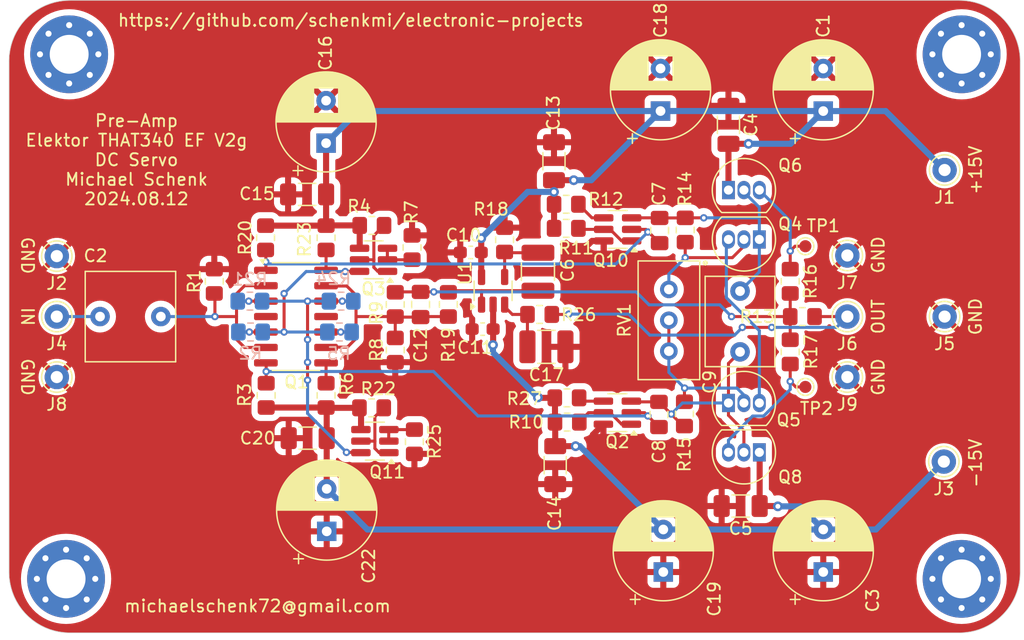
<source format=kicad_pcb>
(kicad_pcb (version 20240108) (generator "pcbnew") (generator_version "8.0")
  (layers (0 "F.Cu" signal) (31 "B.Cu" signal) (34 "B.Paste" user) (35 "F.Paste" user) (36 "B.SilkS" user "B.Silkscreen") (37 "F.SilkS" user "F.Silkscreen") (38 "B.Mask" user) (39 "F.Mask" user) (44 "Edge.Cuts" user))
  (net 0 "")
  (net 1 "GND")
  (net 2 "+15V")
  (net 3 "Net-(J4-Pin_1)")
  (net 4 "-15V")
  (net 5 "Net-(U1--)")
  (net 6 "Net-(Q10A-B1)")
  (net 7 "Net-(Q10A-E1)")
  (net 8 "Net-(C12-Pad1)")
  (net 9 "Net-(Q1C-E)")
  (net 10 "Net-(Q1B-B)")
  (net 11 "Net-(U1-+)")
  (net 12 "Net-(Q1A-B)")
  (net 13 "Net-(Q1A-E)")
  (net 14 "Net-(Q1C-C)")
  (net 15 "Net-(Q1D-E)")
  (net 16 "Net-(Q1B-E)")
  (net 17 "Net-(Q1B-C)")
  (net 18 "Net-(Q3A-E1)")
  (net 19 "Net-(Q3A-B1)")
  (net 20 "Net-(Q3A-C1)")
  (net 21 "Net-(Q4-B)")
  (net 22 "Net-(Q4-E)")
  (net 23 "Net-(Q5-B)")
  (net 24 "Net-(Q6-E)")
  (net 25 "DCSERVO_OUT")
  (net 26 "DCSERVO_IN")
  (net 27 "Net-(Q8-E)")
  (net 28 "Net-(Q1-Pad10)")
  (net 29 "Net-(Q11A-E1)")
  (net 30 "Net-(Q11A-B1)")
  (net 31 "Net-(Q11A-C1)")
  (net 32 "Net-(Q10B-C2)")
  (net 33 "Net-(Q2B-C2)")
  (net 34 "Net-(Q2A-E1)")
  (net 35 "Net-(Q2B-E2)")
  (net 36 "Net-(Q10B-E2)")
  (footprint "Capacitor_THT:CP_Radial_D8.0mm_P3.50mm" (layer "F.Cu") (at 188.2648 105.0036 90)
    (property "Reference" "C1")
    (property "Value" "220uF")
  )
  (footprint "Capacitor_THT:C_Rect_L7.2mm_W7.2mm_P5.00mm_FKS2_FKP2_MKS2_MKP2" (layer "F.Cu") (at 133.778 121.92 180)
    (property "Reference" "C2")
    (property "Value" "3.3uF")
  )
  (footprint "Capacitor_SMD:C_1206_3216Metric_Pad1.33x1.80mm_HandSolder" (layer "F.Cu") (at 181.4699 137.5156 180)
    (property "Reference" "C5")
    (property "Value" "100nF")
  )
  (footprint "Connector_Pin:Pin_D1.0mm_L10.0mm" (layer "F.Cu") (at 125.222 116.9416)
    (property "Reference" "J2")
    (property "Value" "Conn_01x01")
  )
  (footprint "Connector_Pin:Pin_D1.0mm_L10.0mm" (layer "F.Cu") (at 125.222 121.92)
    (property "Reference" "J4")
    (property "Value" "Conn_01x01")
  )
  (footprint "Resistor_SMD:R_0805_2012Metric_Pad1.20x1.40mm_HandSolder" (layer "F.Cu") (at 138.176 119.015 90)
    (property "Reference" "R1")
    (property "Value" "10k")
  )
  (footprint "Resistor_SMD:R_0805_2012Metric_Pad1.20x1.40mm_HandSolder" (layer "F.Cu") (at 142.4432 128.4064 -90)
    (property "Reference" "R3")
    (property "Value" "806R")
  )
  (footprint "Resistor_SMD:R_0805_2012Metric_Pad1.20x1.40mm_HandSolder" (layer "F.Cu") (at 151.1369 114.4168)
    (property "Reference" "R4")
    (property "Value" "140R")
  )
  (footprint "Resistor_SMD:R_0805_2012Metric_Pad1.20x1.40mm_HandSolder" (layer "F.Cu") (at 147.3708 128.4064 -90)
    (property "Reference" "R6")
    (property "Value" "806R")
  )
  (footprint "Resistor_SMD:R_0805_2012Metric_Pad1.20x1.40mm_HandSolder" (layer "F.Cu") (at 153.0604 120.92 -90)
    (property "Reference" "R9")
    (property "Value" "10k")
  )
  (footprint "MountingHole:MountingHole_3.2mm_M3_Pad_Via" (layer "F.Cu") (at 199.644 143.51)
    (property "Reference" "H2" (hide yes))
    (property "Value" "MountingHole")
  )
  (footprint "MountingHole:MountingHole_3.2mm_M3_Pad_Via" (layer "F.Cu") (at 199.644 100.33)
    (property "Reference" "H1" (hide yes))
    (property "Value" "MountingHole")
  )
  (footprint "Resistor_SMD:R_0805_2012Metric_Pad1.20x1.40mm_HandSolder" (layer "F.Cu") (at 167.1226 112.6744)
    (property "Reference" "R11")
    (property "Value" "249R")
  )
  (footprint "MountingHole:MountingHole_3.2mm_M3_Pad_Via" (layer "F.Cu") (at 126.238 100.33)
    (property "Reference" "H4" (hide yes))
    (property "Value" "MountingHole")
  )
  (footprint "Resistor_SMD:R_0805_2012Metric_Pad1.20x1.40mm_HandSolder" (layer "F.Cu") (at 153.0604 124.6773 -90)
    (property "Reference" "R8")
    (property "Value" "4.7k")
  )
  (footprint "Capacitor_SMD:C_0805_2012Metric_Pad1.18x1.45mm_HandSolder" (layer "F.Cu") (at 155.1432 120.9255 -90)
    (property "Reference" "C12")
    (property "Value" "4.7pF")
  )
  (footprint "Capacitor_SMD:C_1206_3216Metric_Pad1.33x1.80mm_HandSolder" (layer "F.Cu") (at 166.2176 134.1505 -90)
    (property "Reference" "C14")
    (property "Value" "100nF")
  )
  (footprint "Resistor_SMD:R_0805_2012Metric_Pad1.20x1.40mm_HandSolder" (layer "F.Cu") (at 154.4422 116.2362 90)
    (property "Reference" "R7")
    (property "Value" "10k")
  )
  (footprint "Connector_Pin:Pin_D1.0mm_L10.0mm" (layer "F.Cu") (at 190.246 121.92)
    (property "Reference" "J6")
    (property "Value" "Conn_01x01")
  )
  (footprint "Connector_Pin:Pin_D1.0mm_L10.0mm" (layer "F.Cu") (at 190.246 116.8908)
    (property "Reference" "J7")
    (property "Value" "Conn_01x01")
  )
  (footprint "Resistor_SMD:R_0805_2012Metric_Pad1.20x1.40mm_HandSolder" (layer "F.Cu") (at 142.3924 115.4336 -90)
    (property "Reference" "R20")
    (property "Value" "806R")
  )
  (footprint "Resistor_SMD:R_0805_2012Metric_Pad1.20x1.40mm_HandSolder" (layer "F.Cu") (at 151.114 129.4318 180)
    (property "Reference" "R22")
    (property "Value" "140R")
  )
  (footprint "Resistor_SMD:R_0805_2012Metric_Pad1.20x1.40mm_HandSolder" (layer "F.Cu") (at 147.3708 115.4336 -90)
    (property "Reference" "R23")
    (property "Value" "806R")
  )
  (footprint "Resistor_SMD:R_0805_2012Metric_Pad1.20x1.40mm_HandSolder" (layer "F.Cu") (at 154.6352 132.2235 90)
    (property "Reference" "R25")
    (property "Value" "10k")
  )
  (footprint "Resistor_SMD:R_0805_2012Metric_Pad1.20x1.40mm_HandSolder" (layer "F.Cu") (at 167.1828 128.6104 180)
    (property "Reference" "R27")
    (property "Value" "249R")
  )
  (footprint "Connector_Pin:Pin_D1.0mm_L10.0mm" (layer "F.Cu") (at 198.247 109.855)
    (property "Reference" "J1")
    (property "Value" "Conn_01x01")
  )
  (footprint "Connector_Pin:Pin_D1.0mm_L10.0mm" (layer "F.Cu") (at 198.1835 133.858)
    (property "Reference" "J3")
    (property "Value" "Conn_01x01")
  )
  (footprint "Connector_Pin:Pin_D1.0mm_L10.0mm" (layer "F.Cu") (at 198.247 121.92)
    (property "Reference" "J5")
    (property "Value" "Conn_01x01")
  )
  (footprint "Capacitor_THT:CP_Radial_D8.0mm_P3.50mm" (layer "F.Cu") (at 174.879 105 90)
    (property "Reference" "C18")
    (property "Value" "220uF")
  )
  (footprint "Capacitor_THT:CP_Radial_D8.0mm_P3.50mm" (layer "F.Cu") (at 175.1076 142.946 90)
    (property "Reference" "C19")
    (property "Value" "220uF")
  )
  (footprint "Resistor_SMD:R_0805_2012Metric_Pad1.20x1.40mm_HandSolder" (layer "F.Cu") (at 186.547 121.92 180)
    (property "Reference" "R13")
    (property "Value" "47R")
  )
  (footprint "Package_TO_SOT_SMD:SC-74-6_1.55x2.9mm_P0.95mm" (layer "F.Cu") (at 151.2744 117.2464 180)
    (property "Reference" "Q3")
    (property "Value" "BCM857DS,115")
  )
  (footprint "Package_TO_SOT_SMD:SC-74-6_1.55x2.9mm_P0.95mm" (layer "F.Cu") (at 151.3848 132.1709 180)
    (property "Reference" "Q11")
    (property "Value" "BCM847DS,115")
  )
  (footprint "Capacitor_SMD:C_1206_3216Metric_Pad1.33x1.80mm_HandSolder" (layer "F.Cu") (at 166.116 109.1307 -90)
    (property "Reference" "C13")
    (property "Value" "100nF")
  )
  (footprint "Package_SO:SOIC-14_3.9x8.7mm_P1.27mm" (layer "F.Cu") (at 144.894537 121.92)
    (property "Reference" "Q1")
    (property "Value" "THAT340")
  )
  (footprint "Capacitor_THT:C_Rect_L7.2mm_W5.5mm_P5.00mm_FKS2_FKP2_MKS2_MKP2" (layer "F.Cu") (at 181.4195 124.8245 90)
    (property "Reference" "C9")
    (property "Value" "1uF")
  )
  (footprint "Package_TO_SOT_SMD:SC-74-6_1.55x2.9mm_P0.95mm" (layer "F.Cu") (at 171.33 129.8296 180)
    (property "Reference" "Q2")
    (property "Value" "BCM847DS,115")
  )
  (footprint "Package_TO_SOT_THT:TO-92_Inline" (layer "F.Cu") (at 183.007 115.57 180)
    (property "Reference" "Q4")
    (property "Value" "BC550C")
  )
  (footprint "Package_TO_SOT_THT:TO-92_Inline" (layer "F.Cu") (at 180.467 129.032)
    (property "Reference" "Q5")
    (property "Value" "BC560C")
  )
  (footprint "Package_TO_SOT_THT:TO-92_Inline" (layer "F.Cu") (at 180.467 111.506)
    (property "Reference" "Q6")
    (property "Value" "BC337-40")
  )
  (footprint "Package_TO_SOT_THT:TO-92_Inline" (layer "F.Cu") (at 183.007 133.096 180)
    (property "Reference" "Q8")
    (property "Value" "BC327-40")
  )
  (footprint "Resistor_SMD:R_0805_2012Metric_Pad1.20x1.40mm_HandSolder" (layer "F.Cu") (at 176.911 114.792 -90)
    (property "Reference" "R14")
    (property "Value" "390R")
  )
  (footprint "Resistor_SMD:R_0805_2012Metric_Pad1.20x1.40mm_HandSolder" (layer "F.Cu") (at 176.8475 129.9309 -90)
    (property "Reference" "R15")
    (property "Value" "390R")
  )
  (footprint "Resistor_SMD:R_0805_2012Metric_Pad1.20x1.40mm_HandSolder" (layer "F.Cu") (at 185.547 119.015 -90)
    (property "Reference" "R16")
    (property "Value" "10R")
  )
  (footprint "Resistor_SMD:R_0805_2012Metric_Pad1.20x1.40mm_HandSolder" (layer "F.Cu") (at 185.547 124.825 -90)
    (property "Reference" "R17")
    (property "Value" "10R")
  )
  (footprint "Potentiometer_THT:Potentiometer_Bourns_3296W_Vertical" (layer "F.Cu") (at 175.5648 119.6848 90)
    (property "Reference" "RV1")
    (property "Value" "10k")
  )
  (footprint "MountingHole:MountingHole_3.2mm_M3_Pad_Via" (layer "F.Cu") (at 125.984 143.51)
    (property "Reference" "H3" (hide yes))
    (property "Value" "MountingHole")
  )
  (footprint "Capacitor_SMD:C_1206_3216Metric_Pad1.33x1.80mm_HandSolder" (layer "F.Cu") (at 180.467 106.1335 -90)
    (property "Reference" "C4")
    (property "Value" "100nF")
  )
  (footprint "Capacitor_THT:CP_Radial_D8.0mm_P3.50mm" (layer "F.Cu") (at 188.2648 142.946 90)
    (property "Reference" "C3")
    (property "Value" "220uF")
  )
  (footprint "Capacitor_SMD:C_1210_3225Metric_Pad1.33x2.70mm_HandSolder" (layer "F.Cu") (at 164.7952 118.2258 90)
    (property "Reference" "C6")
    (property "Value" "1uF/16V")
  )
  (footprint "Capacitor_SMD:C_0603_1608Metric_Pad1.08x0.95mm_HandSolder" (layer "F.Cu") (at 159.27028 116.6387)
    (property "Reference" "C10")
    (property "Value" "100nF")
  )
  (footprint "Capacitor_SMD:C_0603_1608Metric_Pad1.08x0.95mm_HandSolder" (layer "F.Cu") (at 160.24818 122.9506)
    (property "Reference" "C11")
    (property "Value" "100nF")
  )
  (footprint "Capacitor_SMD:C_1210_3225Metric_Pad1.33x2.70mm_HandSolder" (layer "F.Cu") (at 165.4941 124.4092 180)
    (property "Reference" "C17")
    (property "Value" "1uF/16V")
  )
  (footprint "Resistor_SMD:R_0805_2012Metric_Pad1.20x1.40mm_HandSolder" (layer "F.Cu") (at 162.052 115.6006 90)
    (property "Reference" "R18")
    (property "Value" "160k")
  )
  (footprint "Resistor_SMD:R_0805_2012Metric_Pad1.20x1.40mm_HandSolder" (layer "F.Cu") (at 157.4292 120.92 -90)
    (property "Reference" "R19")
    (property "Value" "47k")
  )
  (footprint "Resistor_SMD:R_0805_2012Metric_Pad1.20x1.40mm_HandSolder" (layer "F.Cu") (at 164.93668 121.7441 180)
    (property "Reference" "R26")
    (property "Value" "160k")
  )
  (footprint "Package_TO_SOT_SMD:TSOT-23-5" (layer "F.Cu") (at 161.10818 119.7991 90)
    (property "Reference" "U1")
    (property "Value" "OPA188xxDBV")
  )
  (footprint "Capacitor_SMD:C_1206_3216Metric_Pad1.33x1.80mm_HandSolder" (layer "F.Cu") (at 145.8591 131.9276 180)
    (property "Reference" "C20")
    (property "Value" "100nF")
  )
  (footprint "Capacitor_SMD:C_0805_2012Metric_Pad1.18x1.45mm_HandSolder" (layer "F.Cu") (at 174.8028 114.8373 -90)
    (property "Reference" "C7")
    (property "Value" "22pF")
  )
  (footprint "TestPoint:TestPoint_Pad_D1.0mm" (layer "F.Cu") (at 186.7916 127.7112)
    (property "Reference" "TP2")
    (property "Value" "TestPoint")
  )
  (footprint "Package_TO_SOT_SMD:SC-74-6_1.55x2.9mm_P0.95mm" (layer "F.Cu") (at 171.3554 114.742 180)
    (property "Reference" "Q10")
    (property "Value" "BCM857DS,115")
  )
  (footprint "Capacitor_THT:CP_Radial_D8.0mm_P3.50mm" (layer "F.Cu") (at 147.4216 139.5984 90)
    (property "Reference" "C22")
    (property "Value" "220uF")
  )
  (footprint "Resistor_SMD:R_0805_2012Metric_Pad1.20x1.40mm_HandSolder" (layer "F.Cu") (at 167.1226 114.6556)
    (property "Reference" "R12")
    (property "Value" "2k2")
  )
  (footprint "Capacitor_SMD:C_1206_3216Metric_Pad1.33x1.80mm_HandSolder" (layer "F.Cu") (at 145.8083 111.8616)
    (property "Reference" "C15")
    (property "Value" "100nF")
  )
  (footprint "Connector_Pin:Pin_D1.0mm_L10.0mm" (layer "F.Cu") (at 125.222 126.8984)
    (property "Reference" "J8")
    (property "Value" "Conn_01x01")
  )
  (footprint "TestPoint:TestPoint_Pad_D1.0mm" (layer "F.Cu") (at 186.7916 116.1288)
    (property "Reference" "TP1")
    (property "Value" "TestPoint")
  )
  (footprint "Connector_Pin:Pin_D1.0mm_L10.0mm" (layer "F.Cu") (at 190.246 126.8984)
    (property "Reference" "J9")
    (property "Value" "Conn_01x01")
  )
  (footprint "Capacitor_THT:CP_Radial_D8.0mm_P3.50mm" (layer "F.Cu") (at 147.3708 107.6452 90)
    (property "Reference" "C16")
    (property "Value" "220uF")
  )
  (footprint "Resistor_SMD:R_0805_2012Metric_Pad1.20x1.40mm_HandSolder" (layer "F.Cu") (at 167.1988 130.6068 180)
    (property "Reference" "R10")
    (property "Value" "2k2")
  )
  (footprint "Capacitor_SMD:C_0805_2012Metric_Pad1.18x1.45mm_HandSolder" (layer "F.Cu") (at 174.752 129.9781 -90)
    (property "Reference" "C8")
    (property "Value" "22pF")
  )
  (footprint "Resistor_SMD:R_0805_2012Metric_Pad1.20x1.40mm_HandSolder" (layer "B.Cu") (at 141.1572 123.19 180)
    (property "Reference" "R2")
    (property "Value" "80.6R")
  )
  (footprint "Resistor_SMD:R_0805_2012Metric_Pad1.20x1.40mm_HandSolder" (layer "B.Cu") (at 148.4724 123.19)
    (property "Reference" "R5")
    (property "Value" "80.6R")
  )
  (footprint "Resistor_SMD:R_0805_2012Metric_Pad1.20x1.40mm_HandSolder" (layer "B.Cu") (at 141.1064 120.65)
    (property "Reference" "R21")
    (property "Value" "80.6R")
  )
  (footprint "Resistor_SMD:R_0805_2012Metric_Pad1.20x1.40mm_HandSolder" (layer "B.Cu") (at 148.606 120.65 180)
    (property "Reference" "R24")
    (property "Value" "80.6R")
  )
  (gr_line (start 121.285 142.955) (end 121.285 100.885) (stroke (width 0.05)) (layer "Edge.Cuts"))
  (gr_line (start 204.47 100.885) (end 204.47 142.955) (stroke (width 0.05)) (layer "Edge.Cuts"))
  (gr_arc (start 204.47 142.955) (mid 203.005534 146.490534) (end 199.47 147.955) (stroke (width 0.05)) (layer "Edge.Cuts"))
  (gr_arc (start 126.285 147.955) (mid 122.749466 146.490534) (end 121.285 142.955) (stroke (width 0.05)) (layer "Edge.Cuts"))
  (gr_line (start 199.47 147.955) (end 126.285 147.955) (stroke (width 0.05)) (layer "Edge.Cuts"))
  (gr_arc (start 199.47 95.885) (mid 203.005534 97.349466) (end 204.47 100.885) (stroke (width 0.05)) (layer "Edge.Cuts"))
  (gr_line (start 126.285 95.885) (end 199.47 95.885) (stroke (width 0.05)) (layer "Edge.Cuts"))
  (gr_arc (start 121.285 100.885) (mid 122.749466 97.349466) (end 126.285 95.885) (stroke (width 0.05)) (layer "Edge.Cuts"))
  (gr_text "GND" (at 192.786 116.84 90) (layer "F.SilkS") (effects (font (size 1 1))))
  (gr_text "OUT" (at 192.786 121.92 90) (layer "F.SilkS") (effects (font (size 1 1))))
  (gr_text "michaelschenk72@gmail.com" (at 141.732 145.7452 0) (layer "F.SilkS") (effects (font (size 1 1))))
  (gr_text "GND" (at 200.787 121.92 90) (layer "F.SilkS") (effects (font (size 1 1))))
  (gr_text "+15V" (at 200.787 109.855 90) (layer "F.SilkS") (effects (font (size 1 1))))
  (gr_text "-15V" (at 200.787 133.985 90) (layer "F.SilkS") (effects (font (size 1 1))))
  (gr_text "Pre-Amp\nElektor THAT340 EF V2g\nDC Servo\nMichael Schenk\n2024.08.12" (at 131.7752 109.0168 0) (layer "F.SilkS") (effects (font (size 1 1))))
  (gr_text "IN" (at 122.809 121.92 270) (layer "F.SilkS") (effects (font (size 1 1))))
  (gr_text "GND" (at 192.786 126.8984 90) (layer "F.SilkS") (effects (font (size 1 1))))
  (gr_text "GND" (at 122.809 116.8908 270) (layer "F.SilkS") (effects (font (size 1 1))))
  (gr_text "https://github.com/schenkmi/electronic-projects" (at 149.4028 97.536 0) (layer "F.SilkS") (effects (font (size 1 1))))
  (gr_text "GND" (at 122.809 126.8984 270) (layer "F.SilkS") (effects (font (size 1 1))))
  (gr_text "°" (at 178.562 117.9068 0) (layer "F.SilkS") (effects (font (size 1 1))))
  (segment (start 170.2054 115.692) (end 169.2452 115.692) (width 0.5) (layer "F.Cu") (net 1))
  (segment (start 170.18 130.7796) (end 169.3164 131.6432) (width 0.5) (layer "F.Cu") (net 1))
  (segment (start 170.2054 117.2718) (end 170.0276 117.4496) (width 0.5) (layer "F.Cu") (net 1))
  (segment (start 169.3164 131.6432) (end 169.3164 132.4356) (width 0.5) (layer "F.Cu") (net 1))
  (segment (start 170.18 132.8928) (end 170.0784 132.9944) (width 0.5) (layer "F.Cu") (net 1))
  (segment (start 170.18 130.7796) (end 170.18 132.8928) (width 0.5) (layer "F.Cu") (net 1))
  (segment (start 169.2452 115.692) (end 167.8432 117.094) (width 0.5) (layer "F.Cu") (net 1))
  (segment (start 180.467 105.0218) (end 180.4888 105) (width 0.5) (layer "F.Cu") (net 1))
  (segment (start 170.2054 115.692) (end 170.2054 117.2718) (width 0.5) (layer "F.Cu") (net 1))
  (segment (start 166.116 112.6678) (end 166.1226 112.6744) (width 0.5) (layer "F.Cu") (net 2))
  (segment (start 150.1369 114.4168) (end 147.3876 114.4168) (width 0.5) (layer "F.Cu") (net 2))
  (segment (start 160.13278 116.6387) (end 160.13278 115.4703) (width 0.5) (layer "F.Cu") (net 2))
  (segment (start 166.116 110.6932) (end 167.7416 110.6932) (width 0.5) (layer "F.Cu") (net 2))
  (segment (start 147.3876 114.4168) (end 147.3708 114.4336) (width 0.5) (layer "F.Cu") (net 2))
  (segment (start 142.3924 114.4336) (end 147.3708 114.4336) (width 0.5) (layer "F.Cu") (net 2))
  (segment (start 147.3708 111.8616) (end 147.3708 114.4336) (width 0.5) (layer "F.Cu") (net 2))
  (segment (start 147.3708 107.6452) (end 147.3708 111.8616) (width 0.5) (layer "F.Cu") (net 2))
  (segment (start 180.467 107.696) (end 180.467 111.506) (width 0.5) (layer "F.Cu") (net 2))
  (segment (start 166.1226 112.6744) (end 166.1226 114.6556) (width 0.5) (layer "F.Cu") (net 2))
  (segment (start 150.1369 114.4168) (end 150.1369 116.2964) (width 0.5) (layer "F.Cu") (net 2))
  (segment (start 180.467 107.696) (end 182.118 107.696) (width 0.5) (layer "F.Cu") (net 2))
  (segment (start 166.116 111.6584) (end 166.116 112.6678) (width 0.5) (layer "F.Cu") (net 2))
  (segment (start 166.116 110.6932) (end 166.116 111.6584) (width 0.5) (layer "F.Cu") (net 2))
  (segment (start 160.13278 116.6387) (end 160.13278 118.4637) (width 0.5) (layer "F.Cu") (net 2))
  (via (at 167.7416 110.6932) (size 0.8) (drill 0.4) (layers "F.Cu" "B.Cu") (net 2))
  (via (at 166.116 111.6584) (size 0.8) (drill 0.4) (layers "F.Cu" "B.Cu") (net 2))
  (via (at 160.13278 115.4703) (size 0.8) (drill 0.4) (layers "F.Cu" "B.Cu") (net 2))
  (via (at 182.118 107.696) (size 0.8) (drill 0.4) (layers "F.Cu" "B.Cu") (net 2))
  (segment (start 198.247 109.855) (end 193.3956 105.0036) (width 0.5) (layer "B.Cu") (net 2))
  (segment (start 150.016 105) (end 147.3708 107.6452) (width 0.5) (layer "B.Cu") (net 2))
  (segment (start 175.1584 105) (end 187.9964 105) (width 0.5) (layer "B.Cu") (net 2))
  (segment (start 167.7416 110.6932) (end 169.1858 110.6932) (width 0.5) (layer "B.Cu") (net 2))
  (segment (start 188.2648 105.0036) (end 185.5724 107.696) (width 0.5) (layer "B.Cu") (net 2))
  (segment (start 166.116 111.6584) (end 163.94468 111.6584) (width 0.5) (layer "B.Cu") (net 2))
  (segment (start 169.1858 110.6932) (end 174.879 105) (width 0.5) (layer "B.Cu") (net 2))
  (segment (start 193.3956 105.0036) (end 188 105.0036) (width 0.5) (layer "B.Cu") (net 2))
  (segment (start 150.016 105) (end 175.1584 105) (width 0.5) (layer "B.Cu") (net 2))
  (segment (start 185.5724 107.696) (end 182.118 107.696) (width 0.5) (layer "B.Cu") (net 2))
  (segment (start 163.94468 111.6584) (end 160.13278 115.4703) (width 0.5) (layer "B.Cu") (net 2))
  (segment (start 125.222 121.92) (end 128.778 121.92) (width 0.25) (layer "B.Cu") (net 3))
  (segment (start 166.1988 128.6264) (end 166.1828 128.6104) (width 0.5) (layer "F.Cu") (net 4))
  (segment (start 142.4432 129.4064) (end 147.3708 129.4064) (width 0.5) (layer "F.Cu") (net 4))
  (segment (start 166.1988 130.5916) (end 166.1988 128.6264) (width 0.5) (layer "F.Cu") (net 4))
  (segment (start 147.4216 129.4572) (end 147.3708 129.4064) (width 0.5) (layer "F.Cu") (net 4))
  (segment (start 150.2473 131.2209) (end 150.2473 129.5651) (width 0.5) (layer "F.Cu") (net 4))
  (segment (start 147.4216 136.0984) (end 147.4216 131.9276) (width 0.5) (layer "F.Cu") (net 4))
  (segment (start 147.3962 129.4318) (end 147.3708 129.4064) (width 0.5) (layer "F.Cu") (net 4))
  (segment (start 164.8308 128.6104) (end 164.7952 128.5748) (width 0.5) (layer "F.Cu") (net 4))
  (segment (start 150.114 129.4318) (end 147.3962 129.4318) (width 0.5) (layer "F.Cu") (net 4))
  (segment (start 161.11068 122.9506) (end 161.11068 121.1116) (width 0.5) (layer "F.Cu") (net 4))
  (segment (start 161.11068 124.246) (end 161.09798 124.2587) (width 0.5) (layer "F.Cu") (net 4))
  (segment (start 183.0324 137.5156) (end 184.5056 137.5156) (width 0.5) (layer "F.Cu") (net 4))
  (segment (start 166.2176 132.588) (end 167.894 132.588) (width 0.5) (layer "F.Cu") (net 4))
  (segment (start 166.2176 130.6104) (end 166.1988 130.5916) (width 0.5) (layer "F.Cu") (net 4))
  (segment (start 161.11068 122.9506) (end 161.11068 124.246) (width 0.5) (layer "F.Cu") (net 4))
  (segment (start 166.2176 132.588) (end 166.2176 130.6256) (width 0.5) (layer "F.Cu") (net 4))
  (segment (start 150.2473 129.5651) (end 150.114 129.4318) (width 0.5) (layer "F.Cu") (net 4))
  (segment (start 166.1828 128.6104) (end 164.8308 128.6104) (width 0.5) (layer "F.Cu") (net 4))
  (segment (start 166.2176 130.6256) (end 166.1988 130.6068) (width 0.5) (layer "F.Cu") (net 4))
  (segment (start 147.4216 131.9276) (end 147.4216 129.4572) (width 0.5) (layer "F.Cu") (net 4))
  (segment (start 183.0324 137.5156) (end 183.0324 133.1214) (width 0.5) (layer "F.Cu") (net 4))
  (segment (start 184.5056 137.5156) (end 184.531 137.541) (width 0.5) (layer "F.Cu") (net 4))
  (via (at 167.894 132.588) (size 0.8) (drill 0.4) (layers "F.Cu" "B.Cu") (net 4))
  (via (at 161.09798 124.2587) (size 0.8) (drill 0.4) (layers "F.Cu" "B.Cu") (net 4))
  (via (at 184.531 137.541) (size 0.8) (drill 0.4) (layers "F.Cu" "B.Cu") (net 4))
  (via (at 164.7952 128.5748) (size 0.8) (drill 0.4) (layers "F.Cu" "B.Cu") (net 4))
  (segment (start 186.3598 137.541) (end 184.531 137.541) (width 0.5) (layer "B.Cu") (net 4))
  (segment (start 164.7952 128.5748) (end 161.09798 124.87758) (width 0.5) (layer "B.Cu") (net 4))
  (segment (start 168.2496 132.588) (end 167.894 132.588) (width 0.5) (layer "B.Cu") (net 4))
  (segment (start 175.1076 139.446) (end 168.2496 132.588) (width 0.5) (layer "B.Cu") (net 4))
  (segment (start 150.7692 139.446) (end 175.1076 139.446) (width 0.5) (layer "B.Cu") (net 4))
  (segment (start 188.2648 139.446) (end 186.3598 137.541) (width 0.5) (layer "B.Cu") (net 4))
  (segment (start 175.1076 139.446) (end 188.2648 139.446) (width 0.5) (layer "B.Cu") (net 4))
  (segment (start 150.7692 139.446) (end 147.4216 136.0984) (width 0.5) (layer "B.Cu") (net 4))
  (segment (start 161.09798 124.87758) (end 161.09798 124.2587) (width 0.5) (layer "B.Cu") (net 4))
  (segment (start 192.5955 139.446) (end 198.1835 133.858) (width 0.5) (layer "B.Cu") (net 4))
  (segment (start 188.2648 139.446) (end 192.5955 139.446) (width 0.5) (layer "B.Cu") (net 4))
  (segment (start 162.1147 116.6633) (end 162.052 116.6006) (width 0.25) (layer "F.Cu") (net 5))
  (segment (start 162.05818 118.6616) (end 162.05818 116.60678) (width 0.25) (layer "F.Cu") (net 5))
  (segment (start 164.7952 116.6633) (end 162.1147 116.6633) (width 0.25) (layer "F.Cu") (net 5))
  (segment (start 162.05818 116.60678) (end 162.052 116.6006) (width 0.25) (layer "F.Cu") (net 5))
  (segment (start 173.67 114.742) (end 172.5054 114.742) (width 0.25) (layer "F.Cu") (net 6))
  (segment (start 142.419537 117.422463) (end 142.419537 116.460737) (width 0.25) (layer "F.Cu") (net 6))
  (segment (start 173.8376 114.9604) (end 173.8376 114.9096) (width 0.25) (layer "F.Cu") (net 6))
  (segment (start 173.8376 114.9096) (end 173.67 114.742) (width 0.25) (layer "F.Cu") (net 6))
  (segment (start 174.8028 115.8748) (end 173.8884 114.9604) (width 0.25) (layer "F.Cu") (net 6))
  (segment (start 173.8884 114.9604) (end 173.8376 114.9604) (width 0.25) (layer "F.Cu") (net 6))
  (segment (start 142.419537 118.11) (end 142.419537 117.422463) (width 0.25) (layer "F.Cu") (net 6))
  (via (at 173.8376 114.9604) (size 0.6) (drill 0.3) (layers "F.Cu" "B.Cu") (net 6))
  (via (at 142.419537 117.422463) (size 0.6) (drill 0.3) (layers "F.Cu" "B.Cu") (net 6))
  (segment (start 142.583674 117.5866) (end 142.419537 117.422463) (width 0.25) (layer "B.Cu") (net 6))
  (segment (start 171.2114 117.5866) (end 142.583674 117.5866) (width 0.25) (layer "B.Cu") (net 6))
  (segment (start 173.8376 114.9604) (end 171.2114 117.5866) (width 0.25) (layer "B.Cu") (net 6))
  (segment (start 168.209 114.742) (end 168.1226 114.6556) (width 0.25) (layer "F.Cu") (net 7))
  (segment (start 171.681308 115.692) (end 170.731308 114.742) (width 0.25) (layer "F.Cu") (net 7))
  (segment (start 172.5054 115.692) (end 171.681308 115.692) (width 0.25) (layer "F.Cu") (net 7))
  (segment (start 170.731308 114.742) (end 170.2054 114.742) (width 0.25) (layer "F.Cu") (net 7))
  (segment (start 170.2054 114.742) (end 168.209 114.742) (width 0.25) (layer "F.Cu") (net 7))
  (segment (start 185.547 123.825) (end 185.547 121.92) (width 0.25) (layer "F.Cu") (net 8))
  (segment (start 185.547 121.92) (end 185.547 120.015) (width 0.25) (layer "F.Cu") (net 8))
  (segment (start 155.1432 119.888) (end 153.0604 119.888) (width 0.25) (layer "F.Cu") (net 8))
  (segment (start 156.2297 119.888) (end 155.1432 119.888) (width 0.25) (layer "F.Cu") (net 8))
  (segment (start 180.721 121.92) (end 185.547 121.92) (width 0.25) (layer "F.Cu") (net 8))
  (via (at 156.2297 119.888) (size 0.6) (drill 0.3) (layers "F.Cu" "B.Cu") (net 8))
  (via (at 180.721 121.92) (size 0.6) (drill 0.3) (layers "F.Cu" "B.Cu") (net 8))
  (segment (start 172.8724 119.888) (end 173.9392 120.9548) (width 0.25) (layer "B.Cu") (net 8))
  (segment (start 173.9392 120.9548) (end 179.7558 120.9548) (width 0.25) (layer "B.Cu") (net 8))
  (segment (start 179.7558 120.9548) (end 180.721 121.92) (width 0.25) (layer "B.Cu") (net 8))
  (segment (start 156.2297 119.888) (end 172.8724 119.888) (width 0.25) (layer "B.Cu") (net 8))
  (segment (start 173.8376 130.0988) (end 173.8376 130.1012) (width 0.25) (layer "F.Cu") (net 9))
  (segment (start 142.4432 127.4064) (end 142.4432 126.4412) (width 0.25) (layer "F.Cu") (net 9))
  (segment (start 142.4432 126.4412) (end 142.4432 125.753663) (width 0.25) (layer "F.Cu") (net 9))
  (segment (start 173.566 129.8296) (end 173.8352 130.0988) (width 0.25) (layer "F.Cu") (net 9))
  (segment (start 172.48 129.8296) (end 173.566 129.8296) (width 0.25) (layer "F.Cu") (net 9))
  (segment (start 142.4432 125.753663) (end 142.419537 125.73) (width 0.25) (layer "F.Cu") (net 9))
  (segment (start 173.8352 130.0988) (end 173.8376 130.0988) (width 0.25) (layer "F.Cu") (net 9))
  (segment (start 173.8376 130.1012) (end 174.752 131.0156) (width 0.25) (layer "F.Cu") (net 9))
  (via (at 173.8376 130.0988) (size 0.6) (drill 0.3) (layers "F.Cu" "B.Cu") (net 9))
  (via (at 142.4432 126.4412) (size 0.6) (drill 0.3) (layers "F.Cu" "B.Cu") (net 9))
  (segment (start 173.8376 130.0988) (end 159.8676 130.0988) (width 0.25) (layer "B.Cu") (net 9))
  (segment (start 159.8676 130.0988) (end 156.21 126.4412) (width 0.25) (layer "B.Cu") (net 9))
  (segment (start 142.4432 126.4412) (end 156.21 126.4412) (width 0.25) (layer "B.Cu") (net 9))
  (segment (start 153.1034 121.963) (end 153.0604 121.92) (width 0.25) (layer "F.Cu") (net 10))
  (segment (start 149.86 121.92) (end 149.8346 121.8946) (width 0.25) (layer "F.Cu") (net 10))
  (segment (start 149.0726 119.4054) (end 147.4328 119.4054) (width 0.25) (layer "F.Cu") (net 10))
  (segment (start 147.382 124.4346) (end 149.1234 124.4346) (width 0.25) (layer "F.Cu") (net 10))
  (segment (start 155.1432 121.963) (end 153.1034 121.963) (width 0.25) (layer "F.Cu") (net 10))
  (segment (start 149.8346 121.8946) (end 149.8346 120.1674) (width 0.25) (layer "F.Cu") (net 10))
  (segment (start 149.8346 123.7234) (end 149.8346 121.8946) (width 0.25) (layer "F.Cu") (net 10))
  (segment (start 153.0604 123.6773) (end 153.0604 121.92) (width 0.25) (layer "F.Cu") (net 10))
  (segment (start 149.1234 124.4346) (end 149.8346 123.7234) (width 0.25) (layer "F.Cu") (net 10))
  (segment (start 157.4292 121.92) (end 155.1862 121.92) (width 0.25) (layer "F.Cu") (net 10))
  (segment (start 153.0604 121.92) (end 149.86 121.92) (width 0.25) (layer "F.Cu") (net 10))
  (segment (start 149.8346 120.1674) (end 149.0726 119.4054) (width 0.25) (layer "F.Cu") (net 10))
  (segment (start 163.9316 121.74918) (end 163.93668 121.7441) (width 0.25) (layer "F.Cu") (net 11))
  (segment (start 163.9316 124.4092) (end 163.9316 121.74918) (width 0.25) (layer "F.Cu") (net 11))
  (segment (start 162.69318 121.7441) (end 162.05818 121.1091) (width 0.25) (layer "F.Cu") (net 11))
  (segment (start 163.93668 121.7441) (end 162.69318 121.7441) (width 0.25) (layer "F.Cu") (net 11))
  (segment (start 138.2268 121.92) (end 140.0048 121.92) (width 0.25) (layer "F.Cu") (net 12))
  (segment (start 142.419537 119.38) (end 140.6652 119.38) (width 0.25) (layer "F.Cu") (net 12))
  (segment (start 140.0048 120.0404) (end 140.0048 121.92) (width 0.25) (layer "F.Cu") (net 12))
  (segment (start 138.2268 120.0658) (end 138.176 120.015) (width 0.25) (layer "F.Cu") (net 12))
  (segment (start 138.2268 121.92) (end 138.2268 120.0658) (width 0.25) (layer "F.Cu") (net 12))
  (segment (start 140.0048 121.92) (end 140.0048 123.7996) (width 0.25) (layer "F.Cu") (net 12))
  (segment (start 140.6652 119.38) (end 140.0048 120.0404) (width 0.25) (layer "F.Cu") (net 12))
  (segment (start 140.6652 124.46) (end 142.419537 124.46) (width 0.25) (layer "F.Cu") (net 12))
  (segment (start 140.0048 123.7996) (end 140.6652 124.46) (width 0.25) (layer "F.Cu") (net 12))
  (via (at 138.2268 121.92) (size 0.6) (drill 0.3) (layers "F.Cu" "B.Cu") (net 12))
  (segment (start 133.778 121.92) (end 138.2268 121.92) (width 0.25) (layer "B.Cu") (net 12))
  (segment (start 142.419537 120.65) (end 141.0069 120.65) (width 0.25) (layer "F.Cu") (net 13))
  (via (at 141.0069 120.65) (size 0.6) (drill 0.3) (layers "F.Cu" "B.Cu") (net 13))
  (segment (start 141.0069 120.65) (end 140.1064 120.65) (width 0.25) (layer "B.Cu") (net 13))
  (segment (start 142.419537 123.19) (end 141.0577 123.19) (width 0.25) (layer "F.Cu") (net 14))
  (via (at 141.0577 123.19) (size 0.6) (drill 0.3) (layers "F.Cu" "B.Cu") (net 14))
  (segment (start 141.0577 123.19) (end 140.1572 123.19) (width 0.25) (layer "B.Cu") (net 14))
  (segment (start 147.369537 125.73) (end 147.369537 127.405137) (width 0.25) (layer "F.Cu") (net 15))
  (segment (start 147.369537 120.65) (end 148.7055 120.65) (width 0.25) (layer "F.Cu") (net 16))
  (via (at 148.7055 120.65) (size 0.6) (drill 0.3) (layers "F.Cu" "B.Cu") (net 16))
  (segment (start 148.7055 120.65) (end 149.606 120.65) (width 0.25) (layer "B.Cu") (net 16))
  (segment (start 147.369537 118.11) (end 147.369537 116.434863) (width 0.25) (layer "F.Cu") (net 17))
  (segment (start 151.2994 117.2464) (end 151.2994 115.2543) (width 0.25) (layer "F.Cu") (net 18))
  (segment (start 151.624401 118.1964) (end 151.2994 117.871399) (width 0.25) (layer "F.Cu") (net 18))
  (segment (start 152.4244 118.1964) (end 151.624401 118.1964) (width 0.25) (layer "F.Cu") (net 18))
  (segment (start 151.2994 117.871399) (end 151.2994 117.2464) (width 0.25) (layer "F.Cu") (net 18))
  (segment (start 150.1244 117.2464) (end 151.2994 117.2464) (width 0.25) (layer "F.Cu") (net 18))
  (segment (start 151.2994 115.2543) (end 152.1369 114.4168) (width 0.25) (layer "F.Cu") (net 18))
  (segment (start 152.4119 116.2964) (end 152.4119 117.2464) (width 0.25) (layer "F.Cu") (net 19))
  (segment (start 152.4119 117.2464) (end 154.432 117.2464) (width 0.25) (layer "F.Cu") (net 19))
  (segment (start 143.9164 123.19) (end 143.9164 120.0255) (width 0.25) (layer "F.Cu") (net 20))
  (segment (start 150.1369 118.1964) (end 148.9608 118.1964) (width 0.25) (layer "F.Cu") (net 20))
  (segment (start 148.9608 118.1964) (end 148.9456 118.2116) (width 0.25) (layer "F.Cu") (net 20))
  (via (at 143.9164 123.19) (size 0.6) (drill 0.3) (layers "F.Cu" "B.Cu") (net 20))
  (via (at 143.9164 120.0255) (size 0.6) (drill 0.3) (layers "F.Cu" "B.Cu") (net 20))
  (via (at 148.9456 118.2116) (size 0.6) (drill 0.3) (layers "F.Cu" "B.Cu") (net 20))
  (segment (start 145.7303 118.2116) (end 143.9164 120.0255) (width 0.25) (layer "B.Cu") (net 20))
  (segment (start 147.4724 123.19) (end 143.9164 123.19) (width 0.25) (layer "B.Cu") (net 20))
  (segment (start 148.9456 118.2116) (end 145.7303 118.2116) (width 0.25) (layer "B.Cu") (net 20))
  (segment (start 143.9164 123.19) (end 142.1572 123.19) (width 0.25) (layer "B.Cu") (net 20))
  (segment (start 176.911 117.0686) (end 180.7884 117.0686) (width 0.25) (layer "F.Cu") (net 21))
  (segment (start 180.7884 117.0686) (end 181.737 116.12) (width 0.25) (layer "F.Cu") (net 21))
  (segment (start 176.911 115.792) (end 176.911 117.0686) (width 0.25) (layer "F.Cu") (net 21))
  (via (at 176.911 117.0686) (size 0.6) (drill 0.3) (layers "F.Cu" "B.Cu") (net 21))
  (segment (start 175.5648 118.4148) (end 175.5648 119.6848) (width 0.25) (layer "B.Cu") (net 21))
  (segment (start 176.911 117.0686) (end 175.5648 118.4148) (width 0.25) (layer "B.Cu") (net 21))
  (segment (start 183.007 123.077002) (end 180.294499 120.364501) (width 0.25) (layer "B.Cu") (net 22))
  (segment (start 180.294499 120.364501) (end 180.294499 115.742501) (width 0.25) (layer "B.Cu") (net 22))
  (segment (start 183.007 129.032) (end 183.007 123.077002) (width 0.25) (layer "B.Cu") (net 22))
  (segment (start 175.5648 124.7648) (end 175.5648 122.2248) (width 0.25) (layer "F.Cu") (net 23))
  (segment (start 176.8475 128.9309) (end 176.8475 127.8194) (width 0.25) (layer "F.Cu") (net 23))
  (via (at 176.8602 127.8067) (size 0.6) (drill 0.3) (layers "F.Cu" "B.Cu") (net 23))
  (segment (start 176.8602 127.8067) (end 175.5648 126.5113) (width 0.25) (layer "B.Cu") (net 23))
  (segment (start 181.1667 127.8067) (end 176.8602 127.8067) (width 0.25) (layer "B.Cu") (net 23))
  (segment (start 181.737 129.032) (end 181.737 128.377) (width 0.25) (layer "B.Cu") (net 23))
  (segment (start 175.5648 126.5113) (end 175.5648 124.7648) (width 0.25) (layer "B.Cu") (net 23))
  (segment (start 181.737 128.377) (end 181.1667 127.8067) (width 0.25) (layer "B.Cu") (net 23))
  (segment (start 185.547 116.5225) (end 185.547 118.015) (width 0.25) (layer "F.Cu") (net 24))
  (segment (start 185.9407 116.1288) (end 185.547 116.5225) (width 0.25) (layer "F.Cu") (net 24))
  (segment (start 186.7916 116.1288) (end 185.9407 116.1288) (width 0.25) (layer "F.Cu") (net 24))
  (via (at 185.547 116.5225) (size 0.6) (drill 0.3) (layers "F.Cu" "B.Cu") (net 24))
  (segment (start 185.547 114.046) (end 185.547 116.5225) (width 0.25) (layer "B.Cu") (net 24))
  (segment (start 183.007 111.506) (end 185.547 114.046) (width 0.25) (layer "B.Cu") (net 24))
  (segment (start 160.15818 119.80442) (end 160.1743 119.7883) (width 0.25) (layer "F.Cu") (net 25))
  (segment (start 160.1743 119.7883) (end 157.5609 119.7883) (width 0.25) (layer "F.Cu") (net 25))
  (segment (start 164.7952 119.7883) (end 160.1743 119.7883) (width 0.25) (layer "F.Cu") (net 25))
  (segment (start 160.15818 120.9366) (end 160.15818 119.80442) (width 0.25) (layer "F.Cu") (net 25))
  (segment (start 157.5609 119.7883) (end 157.4292 119.92) (width 0.25) (layer "F.Cu") (net 25))
  (segment (start 187.547 121.92) (end 190.246 121.92) (width 0.25) (layer "F.Cu") (net 26))
  (segment (start 167.3079 121.7441) (end 167.3352 121.7168) (width 0.25) (layer "F.Cu") (net 26))
  (segment (start 165.93668 121.7441) (end 167.3079 121.7441) (width 0.25) (layer "F.Cu") (net 26))
  (segment (start 181.61 122.809) (end 184.023 122.809) (width 0.25) (layer "F.Cu") (net 26))
  (via (at 184.023 122.809) (size 0.6) (drill 0.3) (layers "F.Cu" "B.Cu") (net 26))
  (via (at 181.61 122.809) (size 0.6) (drill 0.3) (layers "F.Cu" "B.Cu") (net 26))
  (via (at 167.3352 121.7168) (size 0.6) (drill 0.3) (layers "F.Cu" "B.Cu") (net 26))
  (segment (start 173.99 123.444) (end 180.975 123.444) (width 0.25) (layer "B.Cu") (net 26))
  (segment (start 180.975 123.444) (end 181.61 122.809) (width 0.25) (layer "B.Cu") (net 26))
  (segment (start 184.023 122.809) (end 189.357 122.809) (width 0.25) (layer "B.Cu") (net 26))
  (segment (start 189.357 122.809) (end 190.246 121.92) (width 0.25) (layer "B.Cu") (net 26))
  (segment (start 167.3352 121.7168) (end 172.2628 121.7168) (width 0.25) (layer "B.Cu") (net 26))
  (segment (start 172.2628 121.7168) (end 173.99 123.444) (width 0.25) (layer "B.Cu") (net 26))
  (segment (start 186.0042 127.7112) (end 185.547 127.254) (width 0.25) (layer "F.Cu") (net 27))
  (segment (start 185.547 127.254) (end 185.547 125.825) (width 0.25) (layer "F.Cu") (net 27))
  (segment (start 186.7916 127.7112) (end 186.0042 127.7112) (width 0.25) (layer "F.Cu") (net 27))
  (via (at 185.547 127.254) (size 0.6) (drill 0.3) (layers "F.Cu" "B.Cu") (net 27))
  (segment (start 182.45599 130.10701) (end 183.359085 130.10701) (width 0.25) (layer "B.Cu") (net 27))
  (segment (start 180.467 132.096) (end 182.45599 130.10701) (width 0.25) (layer "B.Cu") (net 27))
  (segment (start 185.547 127.919095) (end 185.547 127.254) (width 0.25) (layer "B.Cu") (net 27))
  (segment (start 180.467 133.096) (end 180.467 132.096) (width 0.25) (layer "B.Cu") (net 27))
  (segment (start 183.359085 130.10701) (end 185.547 127.919095) (width 0.25) (layer "B.Cu") (net 27))
  (segment (start 147.369537 123.19) (end 148.5719 123.19) (width 0.25) (layer "F.Cu") (net 28))
  (via (at 148.5719 123.19) (size 0.6) (drill 0.3) (layers "F.Cu" "B.Cu") (net 28))
  (segment (start 148.5719 123.19) (end 149.4724 123.19) (width 0.25) (layer "B.Cu") (net 28))
  (segment (start 151.384 130.1618) (end 152.114 129.4318) (width 0.25) (layer "F.Cu") (net 29))
  (segment (start 151.3733 132.1709) (end 151.384 132.1816) (width 0.25) (layer "F.Cu") (net 29))
  (segment (start 152.5348 133.1209) (end 151.734801 133.1209) (width 0.25) (layer "F.Cu") (net 29))
  (segment (start 150.2348 132.1709) (end 151.3733 132.1709) (width 0.25) (layer "F.Cu") (net 29))
  (segment (start 151.384 132.1816) (end 151.384 130.1618) (width 0.25) (layer "F.Cu") (net 29))
  (segment (start 151.384 132.770099) (end 151.384 132.1816) (width 0.25) (layer "F.Cu") (net 29))
  (segment (start 151.734801 133.1209) (end 151.384 132.770099) (width 0.25) (layer "F.Cu") (net 29))
  (segment (start 154.6352 131.2235) (end 152.5374 131.2235) (width 0.25) (layer "F.Cu") (net 30))
  (segment (start 152.5374 131.2235) (end 152.5348 131.2209) (width 0.25) (layer "F.Cu") (net 30))
  (segment (start 152.5223 132.1709) (end 152.5223 131.2209) (width 0.25) (layer "F.Cu") (net 30))
  (segment (start 152.5249 131.2235) (end 152.5223 131.2209) (width 0.25) (layer "F.Cu") (net 30))
  (segment (start 145.8468 125.6792) (end 145.8468 127.1524) (width 0.25) (layer "F.Cu") (net 31))
  (segment (start 145.8468 120.65) (end 145.8468 123.8145) (width 0.25) (layer "F.Cu") (net 31))
  (segment (start 149.0472 133.096) (end 150.2224 133.096) (width 0.25) (layer "F.Cu") (net 31))
  (segment (start 150.2224 133.096) (end 150.2473 133.1209) (width 0.25) (layer "F.Cu") (net 31))
  (via (at 145.8468 125.6792) (size 0.6) (drill 0.3) (layers "F.Cu" "B.Cu") (net 31))
  (via (at 149.0472 133.096) (size 0.6) (drill 0.3) (layers "F.Cu" "B.Cu") (net 31))
  (via (at 145.8468 120.65) (size 0.6) (drill 0.3) (layers "F.Cu" "B.Cu") (net 31))
  (via (at 145.8468 123.8145) (size 0.6) (drill 0.3) (layers "F.Cu" "B.Cu") (net 31))
  (via (at 145.8468 127.1524) (size 0.6) (drill 0.3) (layers "F.Cu" "B.Cu") (net 31))
  (segment (start 145.8468 129.8956) (end 149.0472 133.096) (width 0.25) (layer "B.Cu") (net 31))
  (segment (start 145.8468 120.65) (end 142.1064 120.65) (width 0.25) (layer "B.Cu") (net 31))
  (segment (start 145.8468 127.1524) (end 145.8468 129.8956) (width 0.25) (layer "B.Cu") (net 31))
  (segment (start 145.8468 123.8145) (end 145.8468 125.6792) (width 0.25) (layer "B.Cu") (net 31))
  (segment (start 147.606 120.65) (end 145.8468 120.65) (width 0.25) (layer "B.Cu") (net 31))
  (segment (start 172.5054 113.792) (end 174.795 113.792) (width 0.25) (layer "F.Cu") (net 32))
  (segment (start 174.795 113.792) (end 174.8028 113.7998) (width 0.25) (layer "F.Cu") (net 32))
  (segment (start 178.435 113.792) (end 176.911 113.792) (width 0.25) (layer "F.Cu") (net 32))
  (segment (start 174.8028 113.7998) (end 176.9032 113.7998) (width 0.25) (layer "F.Cu") (net 32))
  (segment (start 176.9032 113.7998) (end 176.911 113.792) (width 0.25) (layer "F.Cu") (net 32))
  (via (at 178.435 113.792) (size 0.6) (drill 0.3) (layers "F.Cu" "B.Cu") (net 32))
  (segment (start 181.4195 119.8245) (end 183.007 118.237) (width 0.25) (layer "B.Cu") (net 32))
  (segment (start 183.007 113.792) (end 178.435 113.792) (width 0.25) (layer "B.Cu") (net 32))
  (segment (start 183.007 113.792) (end 183.007 112.933095) (width 0.25) (layer "B.Cu") (net 32))
  (segment (start 183.007 112.933095) (end 181.737 111.663095) (width 0.25) (layer "B.Cu") (net 32))
  (segment (start 183.007 115.57) (end 183.007 113.792) (width 0.25) (layer "B.Cu") (net 32))
  (segment (start 183.007 118.237) (end 183.007 115.57) (width 0.25) (layer "B.Cu") (net 32))
  (segment (start 181.737 131.318) (end 181.737 133.096) (width 0.25) (layer "F.Cu") (net 33))
  (segment (start 176.8475 130.9309) (end 176.7423 130.9309) (width 0.25) (layer "F.Cu") (net 33))
  (segment (start 180.467 130.048) (end 181.737 131.318) (width 0.25) (layer "F.Cu") (net 33))
  (segment (start 175.768 129.9464) (end 175.7578 129.9464) (width 0.25) (layer "F.Cu") (net 33))
  (segment (start 172.541 128.9406) (end 172.48 128.8796) (width 0.25) (layer "F.Cu") (net 33))
  (segment (start 174.752 128.9406) (end 172.541 128.9406) (width 0.25) (layer "F.Cu") (net 33))
  (segment (start 180.467 129.032) (end 180.467 130.048) (width 0.25) (layer "F.Cu") (net 33))
  (segment (start 180.467 125.777) (end 181.4195 124.8245) (width 0.25) (layer "F.Cu") (net 33))
  (segment (start 176.7423 130.9309) (end 175.768 129.9566) (width 0.25) (layer "F.Cu") (net 33))
  (segment (start 175.768 129.9566) (end 175.768 129.9464) (width 0.25) (layer "F.Cu") (net 33))
  (segment (start 175.7578 129.9464) (end 174.752 128.9406) (width 0.25) (layer "F.Cu") (net 33))
  (segment (start 180.467 129.032) (end 180.467 125.777) (width 0.25) (layer "F.Cu") (net 33))
  (via (at 175.768 129.9464) (size 0.6) (drill 0.3) (layers "F.Cu" "B.Cu") (net 33))
  (segment (start 180.467 129.032) (end 176.6824 129.032) (width 0.25) (layer "B.Cu") (net 33))
  (segment (start 176.6824 129.032) (end 175.768 129.9464) (width 0.25) (layer "B.Cu") (net 33))
  (segment (start 168.9608 129.8296) (end 168.1988 130.5916) (width 0.25) (layer "F.Cu") (net 34))
  (segment (start 170.18 129.8296) (end 168.9608 129.8296) (width 0.25) (layer "F.Cu") (net 34))
  (segment (start 170.730001 129.8296) (end 170.18 129.8296) (width 0.25) (layer "F.Cu") (net 34))
  (segment (start 171.680001 130.7796) (end 170.730001 129.8296) (width 0.25) (layer "F.Cu") (net 34))
  (segment (start 172.48 130.7796) (end 171.680001 130.7796) (width 0.25) (layer "F.Cu") (net 34))
  (segment (start 168.452 128.8796) (end 168.1828 128.6104) (width 0.25) (layer "F.Cu") (net 35))
  (segment (start 170.18 128.8796) (end 168.452 128.8796) (width 0.25) (layer "F.Cu") (net 35))
  (segment (start 169.2402 113.792) (end 170.2054 113.792) (width 0.25) (layer "F.Cu") (net 36))
  (segment (start 168.1226 112.6744) (end 169.2402 113.792) (width 0.25) (layer "F.Cu") (net 36))
  (zone (net 1) (net_name "GND") (layer "F.Cu") (connect_pads (clearance 0.508)) (min_thickness 0.25) (fill yes (thermal_gap 0.5) (thermal_bridge_width 0.5))
    (polygon (pts (xy 121.285 95.885) (xy 204.47 95.885) (xy 204.47 147.955) (xy 121.285 147.955)))
  )
)
</source>
